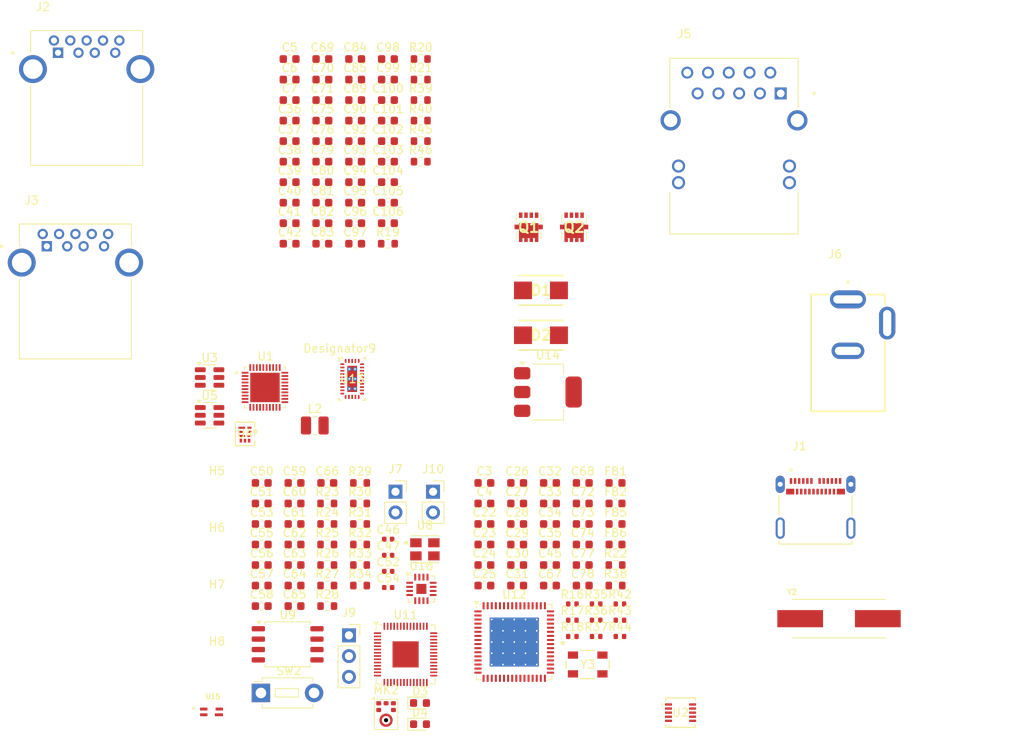
<source format=kicad_pcb>
(kicad_pcb (version 20241229) (generator "pcbnew") (generator_version "9.0")
  (layers (0 "F.Cu" signal) (2 "B.Cu" signal) (13 "F.Paste" user) (15 "B.Paste" user) (5 "F.SilkS" user "F.Silkscreen") (7 "B.SilkS" user "B.Silkscreen") (1 "F.Mask" user) (3 "B.Mask" user) (25 "Edge.Cuts" user))
  (net 0 "")
  (net 1 "Net-(U2-OUT2)")
  (net 2 "+5V")
  (net 3 "Net-(U2-OUT1)")
  (net 4 "GND")
  (net 5 "/UP_VBUS_DIODE")
  (net 6 "+3.3V")
  (net 7 "Net-(C22-Pad2)")
  (net 8 "Net-(C30-Pad2)")
  (net 9 "Net-(U13-TX1P)")
  (net 10 "/IN_TX1+")
  (net 11 "+1V1")
  (net 12 "/IN_TX1-")
  (net 13 "Net-(U13-TX1N)")
  (net 14 "Net-(U13-TX2P)")
  (net 15 "/IN_TX2+")
  (net 16 "/IN_TX2-")
  (net 17 "Net-(U13-TX2N)")
  (net 18 "Net-(U12-GRSTz)")
  (net 19 "/RP2040/XIN")
  (net 20 "/RP2040/XOUT")
  (net 21 "Net-(U11-VREG_VOUT)")
  (net 22 "Net-(U12-XO)")
  (net 23 "Net-(U12-XI)")
  (net 24 "Net-(U1-CKXTAL1)")
  (net 25 "/Power_Supply_5.0")
  (net 26 "/DN2_VBUS")
  (net 27 "/DN3_VBUS")
  (net 28 "/UP_VBUS")
  (net 29 "Net-(U1-U3SSTXP)")
  (net 30 "/DN1_TXN")
  (net 31 "Net-(U1-U3SSTXN)")
  (net 32 "/DN1_TXP")
  (net 33 "Net-(U3-VCAP)")
  (net 34 "Net-(J2-SSTX-)")
  (net 35 "/DN2_TXN")
  (net 36 "/DN2_TXP")
  (net 37 "Net-(J2-SSTX+)")
  (net 38 "/DN3_TXN")
  (net 39 "Net-(J3-SSTX-)")
  (net 40 "Net-(J3-SSTX+)")
  (net 41 "/DN3_TXP")
  (net 42 "Net-(U5-VCAP)")
  (net 43 "Net-(D3-A)")
  (net 44 "Net-(D4-A)")
  (net 45 "/DN2_D-")
  (net 46 "/DN2_RXN")
  (net 47 "/DN2_RXP")
  (net 48 "/DN2_D+")
  (net 49 "/DN3_D-")
  (net 50 "/DN3_D+")
  (net 51 "/DN3_RXN")
  (net 52 "/DN3_RXP")
  (net 53 "/TD3-")
  (net 54 "/ETH_LED2")
  (net 56 "Net-(J5-PadP11)")
  (net 57 "/TD2-")
  (net 58 "/TD4-")
  (net 59 "/TD2+")
  (net 60 "/TD3+")
  (net 61 "/TD1-")
  (net 63 "/TD1+")
  (net 64 "/ETH_LED0")
  (net 65 "/TD4+")
  (net 66 "Net-(J7-Pin_2)")
  (net 67 "/RP2040/SWD")
  (net 68 "/RP2040/SWCLK")
  (net 69 "Net-(J10-Pin_1)")
  (net 70 "Net-(J10-Pin_2)")
  (net 71 "Net-(U4-SW)")
  (net 72 "Net-(MK2-BCLK)")
  (net 73 "Net-(MK2-WS)")
  (net 74 "Net-(MK2-DATA)")
  (net 75 "Net-(Q1-G)")
  (net 76 "Net-(Q2-G)")
  (net 77 "Net-(U12-USB_VBUS)")
  (net 78 "Net-(U12-USB_R1)")
  (net 79 "Net-(U13-DIR)")
  (net 80 "Net-(U13-PORT)")
  (net 81 "Net-(U13-VBUS_DET)")
  (net 82 "Net-(U12-TEST)")
  (net 83 "/RP2040/QSPI_SS")
  (net 84 "/DN0_D+")
  (net 85 "Net-(U11-USB_DP)")
  (net 86 "Net-(U11-USB_DM)")
  (net 87 "/DN0_D-")
  (net 88 "/RP2040/GPIO8")
  (net 89 "/RP2040/GPIO9")
  (net 90 "/RP2040/GPIO6")
  (net 91 "/RP2040/GPIO3")
  (net 92 "/RP2040/GPIO4")
  (net 93 "/RP2040/GPIO7")
  (net 94 "/RP2040/GPIO5")
  (net 95 "Net-(U16-~{SD_MODE})")
  (net 96 "Net-(U12-AUTOENz{slash}HS_SUSPEND)")
  (net 97 "Net-(U12-GANGED{slash}SMBA2{slash}HS_UP)")
  (net 98 "Net-(U12-FULLPWRMGMTz{slash}SMBA1{slash}SS_UP)")
  (net 99 "Net-(U1-RSET)")
  (net 100 "/USB HUB/OVERCUR2")
  (net 101 "/USB HUB/OVERCUR3")
  (net 102 "Net-(U2-ILIM)")
  (net 103 "Net-(U4-FB{slash}VSET)")
  (net 104 "Net-(U4-MODE{slash}S-CONF)")
  (net 105 "/RP2040/RUN")
  (net 107 "/DN1_RXP")
  (net 109 "/DN1_RXN")
  (net 112 "/ETH_LED1")
  (net 113 "/DN1_D+")
  (net 114 "/DN1_D-")
  (net 115 "/USB HUB/BATEN3")
  (net 116 "/USB HUB/BATEN2")
  (net 119 "/RP2040/QSPI_SD3")
  (net 120 "/RP2040/QSPI_SD1")
  (net 121 "/RP2040/QSPI_SCLK")
  (net 122 "/RP2040/QSPI_SD0")
  (net 123 "/RP2040/QSPI_SD2")
  (net 136 "/RP2040/GPIO1")
  (net 145 "/RP2040/GPIO2")
  (net 146 "/RP2040/GPIO0")
  (net 150 "/USB HUB/USB_DN_CH0_TXP")
  (net 153 "/USB HUB/USB_DN_CH0_RXN")
  (net 154 "/UP_D-")
  (net 155 "/USB HUB/USB_DN_CH0_RXP")
  (net 156 "/UP_RXP")
  (net 157 "/UP_RXN")
  (net 160 "/UP_TXN")
  (net 161 "/UP_TXP")
  (net 162 "/USB HUB/USB_DN_CH0_TXN")
  (net 163 "/UP_D+")
  (net 168 "/IN_RX1-")
  (net 171 "/IN_RX2-")
  (net 172 "/IN_RX1+")
  (net 175 "/IN_CC2")
  (net 176 "/IN_CC1")
  (net 178 "/IN_RX2+")
  (footprint "Resistor_SMD:R_0402_1005Metric" (layer "F.Cu") (at 97.349999 89.342)
    (property "Reference" "R17")
    (property "Value" "10K")
  )
  (footprint "Capacitor_SMD:C_0603_1608Metric" (layer "F.Cu") (at 90.599999 72.552)
    (property "Reference" "C26")
    (property "Value" "0.1uF")
  )
  (footprint "ABLS_25_000MHZ_B2F_T:XTAL_ABLS-25.000MHZ-B2F-T" (layer "F.Cu") (at 129.9716 89.154)
    (property "Reference" "Y2")
    (property "Value" "ABLS-25.000MHZ-B2F-T")
  )
  (footprint "Capacitor_SMD:C_0402_1005Metric" (layer "F.Cu") (at 74.819999 79.432)
    (property "Reference" "C46")
    (property "Value" "15pF")
  )
  (footprint "Capacitor_SMD:C_0603_1608Metric" (layer "F.Cu") (at 70.7798 43.2816)
    (property "Reference" "C97")
    (property "Value" "0.1uF")
  )
  (footprint "MountingHole:MountingHole_2.7mm_M2.5" (layer "F.Cu") (at 53.869999 74.772)
    (property "Reference" "H5")
    (property "Value" "MountingHole")
  )
  (footprint "Capacitor_SMD:C_0603_1608Metric" (layer "F.Cu") (at 70.7798 38.2616)
    (property "Reference" "C95")
    (property "Value" "0.1uF")
  )
  (footprint "Capacitor_SMD:C_0603_1608Metric" (layer "F.Cu") (at 90.599999 85.102)
    (property "Reference" "C31")
    (property "Value" "0.1uF")
  )
  (footprint "Capacitor_SMD:C_0603_1608Metric" (layer "F.Cu") (at 94.609999 85.102)
    (property "Reference" "C67")
    (property "Value" "18pF")
  )
  (footprint "Package_DFN_QFN:QFN-56-1EP_7x7mm_P0.4mm_EP3.2x3.2mm" (layer "F.Cu") (at 76.949999 93.522)
    (property "Reference" "U11")
    (property "Value" "RP2040")
  )
  (footprint "Capacitor_SMD:C_0402_1005Metric" (layer "F.Cu") (at 74.819999 85.342)
    (property "Reference" "C54")
    (property "Value" "1μF")
  )
  (footprint "Capacitor_SMD:C_0603_1608Metric" (layer "F.Cu") (at 62.7598 38.2616)
    (property "Reference" "C40")
    (property "Value" "100nF")
  )
  (footprint "Capacitor_SMD:C_0603_1608Metric" (layer "F.Cu") (at 63.359999 77.572)
    (property "Reference" "C61")
    (property "Value" "100nF")
  )
  (footprint "Inductor_SMD:L_0603_1608Metric" (layer "F.Cu") (at 102.629999 72.552)
    (property "Reference" "FB1")
    (property "Value" "220 @100MHz")
  )
  (footprint "Capacitor_SMD:C_0603_1608Metric" (layer "F.Cu") (at 70.7798 25.7116)
    (property "Reference" "C89")
    (property "Value" "100nF")
  )
  (footprint "Capacitor_SMD:C_0603_1608Metric" (layer "F.Cu") (at 86.589999 75.062)
    (property "Reference" "C4")
    (property "Value" "150uF")
  )
  (footprint "Capacitor_SMD:C_0603_1608Metric" (layer "F.Cu") (at 62.7598 35.7516)
    (property "Reference" "C39")
    (property "Value" "100nF")
  )
  (footprint "Resistor_SMD:R_0603_1608Metric" (layer "F.Cu") (at 71.379999 80.082)
    (property "Reference" "R32")
    (property "Value" "2.2kΩ")
  )
  (footprint "Capacitor_SMD:C_0603_1608Metric" (layer "F.Cu") (at 74.7898 33.2416)
    (property "Reference" "C103")
    (property "Value" "100nF")
  )
  (footprint "Capacitor_SMD:C_0603_1608Metric" (layer "F.Cu") (at 62.7598 30.7316)
    (property "Reference" "C37")
    (property "Value" "100nF")
  )
  (footprint "Resistor_SMD:R_0603_1608Metric" (layer "F.Cu") (at 71.379999 85.102)
    (property "Reference" "R34")
    (property "Value" "1MΩ")
  )
  (footprint "SMBJ:DIONM5436X261N" (layer "F.Cu") (at 93.509999 54.482)
    (property "Reference" "D2")
    (property "Value" "SMBJ33CA" (hide yes))
  )
  (footprint "DCJ200-10-A-XX-K_REVA:GCT_DCJ200-10-A-XX-K_REVA" (layer "F.Cu") (at 131.064 56.642)
    (property "Reference" "J6")
    (property "Value" "DCJ200-10-A-XX-K_REVA")
  )
  (footprint "Capacitor_SMD:C_0603_1608Metric" (layer "F.Cu") (at 98.619999 85.102)
    (property "Reference" "C78")
    (property "Value" "0.1uF")
  )
  (footprint "Capacitor_SMD:C_0603_1608Metric" (layer "F.Cu") (at 90.599999 82.592)
    (property "Reference" "C30")
    (property "Value" "0.1uF")
  )
  (footprint "Capacitor_SMD:C_0603_1608Metric" (layer "F.Cu") (at 59.349999 77.572)
    (property "Reference" "C53")
    (property "Value" "100nF")
  )
  (footprint "Connector_PinSocket_2.54mm:PinSocket_1x03_P2.54mm_Vertical" (layer "F.Cu") (at 70.019999 91.192)
    (property "Reference" "J9")
    (property "Value" "Conn_01x03")
  )
  (footprint "Capacitor_SMD:C_0603_1608Metric" (layer "F.Cu") (at 66.7698 30.7316)
    (property "Reference" "C76")
    (property "Value" "10nF")
  )
  (footprint "Capacitor_SMD:C_0603_1608Metric" (layer "F.Cu") (at 59.349999 82.592)
    (property "Reference" "C56")
    (property "Value" "100nF")
  )
  (footprint "Capacitor_SMD:C_0603_1608Metric" (layer "F.Cu") (at 74.7898 35.7516)
    (property "Reference" "C104")
    (property "Value" "100nF")
  )
  (footprint "Connector_PinSocket_2.54mm:PinSocket_1x02_P2.54mm_Vertical" (layer "F.Cu") (at 75.709999 73.622)
    (property "Reference" "J7")
    (property "Value" "Conn_01x02")
  )
  (footprint "Capacitor_SMD:C_0603_1608Metric" (layer "F.Cu") (at 67.369999 72.552)
    (property "Reference" "C66")
    (property "Value" "0.1μF")
  )
  (footprint "Resistor_SMD:R_0402_1005Metric" (layer "F.Cu") (at 103.169999 89.342)
    (property "Reference" "R43")
    (property "Value" "10K")
  )
  (footprint "Package_TO_SOT_SMD:SOT-23-6" (layer "F.Cu") (at 52.969999 59.647)
    (property "Reference" "U3")
    (property "Value" "LM74700")
  )
  (footprint "Package_TO_SOT_SMD:SOT-223-3_TabPin2" (layer "F.Cu") (at 94.359999 61.427)
    (property "Reference" "U14")
    (property "Value" "NCP1117-3.3_SOT223")
  )
  (footprint "Capacitor_SMD:C_0603_1608Metric" (layer "F.Cu") (at 74.7898 25.7116)
    (property "Reference" "C100")
    (property "Value" "22uF")
  )
  (footprint "Capacitor_SMD:C_0603_1608Metric" (layer "F.Cu") (at 98.619999 75.062)
    (property "Reference" "C72")
    (property "Value" "0.1uF")
  )
  (footprint "KiCad:NVTFS6H854NTAG" (layer "F.Cu") (at 97.564999 41.232)
    (property "Reference" "Q2")
    (property "Value" "NTTFS5C673NLTAG" (hide yes))
  )
  (footprint "Capacitor_SMD:C_0603_1608Metric" (layer "F.Cu") (at 66.7698 40.7716)
    (property "Reference" "C82")
    (property "Value" "0.1uF")
  )
  (footprint "Resistor_SMD:R_0603_1608Metric" (layer "F.Cu") (at 78.7998 20.6916)
    (property "Reference" "R20")
    (property "Value" "4.7k")
  )
  (footprint "Capacitor_SMD:C_0603_1608Metric" (layer "F.Cu") (at 70.7798 30.7316)
    (property "Reference" "C92")
    (property "Value" "0.1uF")
  )
  (footprint "Capacitor_SMD:C_0603_1608Metric" (layer "F.Cu") (at 90.599999 77.572)
    (property "Reference" "C28")
    (property "Value" "0.1uF")
  )
  (footprint "Capacitor_SMD:C_0603_1608Metric" (layer "F.Cu") (at 66.7698 25.7116)
    (property "Reference" "C71")
    (property "Value" "22nF")
  )
  (footprint "Connector_PinSocket_2.54mm:PinSocket_1x02_P2.54mm_Vertical" (layer "F.Cu") (at 80.309999 73.622)
    (property "Reference" "J10")
    (property "Value" "Conn_01x02")
  )
  (footprint "SMBJ:DIONM5436X261N" (layer "F.Cu") (at 93.509999 48.992)
    (property "Reference" "D1")
    (property "Value" "SMBJ33CA" (hide yes))
  )
  (footprint "Resistor_SMD:R_0402_1005Metric" (layer "F.Cu") (at 103.169999 91.332)
    (property "Reference" "R44")
    (property "Value" "25.5K")
  )
  (footprint "Capacitor_SMD:C_0603_1608Metric" (layer "F.Cu") (at 63.359999 80.082)
    (property "Reference" "C62")
    (property "Value" "0.1μF")
  )
  (footprint "Capacitor_SMD:C_0603_1608Metric" (layer "F.Cu") (at 74.7898 23.2016)
    (property "Reference" "C99")
    (property "Value" "0.1uF")
  )
  (footprint "Capacitor_SMD:C_0603_1608Metric" (layer "F.Cu") (at 59.349999 85.102)
    (property "Reference" "C57")
    (property "Value" "100nF")
  )
  (footprint "Capacitor_SMD:C_0603_1608Metric" (layer "F.Cu") (at 66.7698 28.2216)
    (property "Reference" "C75")
    (property "Value" "0.1uF")
  )
  (footprint "Capacitor_SMD:C_0603_1608Metric" (layer "F.Cu") (at 74.7898 30.7316)
    (property "Reference" "C102")
    (property "Value" "100nF")
  )
  (footprint "Capacitor_SMD:C_0603_1608Metric" (layer "F.Cu") (at 90.599999 75.062)
    (property "Reference" "C27")
    (property "Value" "0.1uF")
  )
  (footprint "Capacitor_SMD:C_0603_1608Metric" (layer "F.Cu") (at 70.7798 28.2216)
    (property "Reference" "C90")
    (property "Value" "100nF")
  )
  (footprint "HD3SS:RNH0030A" (layer "F.Cu") (at 70.414401 59.8232)
    (property "Reference" "U13")
    (property "Value" "HD3SS3220IRNHR")
  )
  (footprint "Capacitor_SMD:C_0603_1608Metric" (layer "F.Cu") (at 86.589999 82.592)
    (property "Reference" "C24")
    (property "Value" "0.1uF")
  )
  (footprint "Capacitor_SMD:C_0603_1608Metric" (layer "F.Cu") (at 98.619999 82.592)
    (property "Reference" "C77")
    (property "Value" "0.1uF")
  )
  (footprint "Capacitor_SMD:C_0603_1608Metric" (layer "F.Cu") (at 66.7698 33.2416)
    (property "Reference" "C79")
    (property "Value" "0.1uF")
  )
  (footprint "Capacitor_SMD:C_0603_1608Metric" (layer "F.Cu") (at 63.359999 87.612)
    (property "Reference" "C65")
    (property "Value" "10μF")
  )
  (footprint "10152803_00011LF:AMPHENOL_10152803-00011LF" (layer "F.Cu") (at 127.0996 78.0796)
    (property "Reference" "J1")
    (property "Value" "10152803-00011LF")
    (fp_line (start -4.62 -4.86) (end -4.62 -5.86) (stroke (width 0.01)) (layer "Edge.Cuts"))
    (fp_line (start -4.02 -5.86) (end -4.02 -4.86) (stroke (width 0.01)) (layer "Edge.Cuts"))
    (fp_line (start 4.02 -4.86) (end 4.02 -5.86) (stroke (width 0.01)) (layer "Edge.Cuts"))
    (fp_line (start 4.62 -5.86) (end 4.62 -4.86) (stroke (width 0.01)) (layer "Edge.Cuts"))
    (fp_arc (start -4.62 -5.86) (mid -4.532132 -6.072132) (end -4.32 -6.16) (stroke (width 0.01)) (layer "Edge.Cuts"))
    (fp_arc (start -4.32 -6.16) (mid -4.107868 -6.072132) (end -4.02 -5.86) (stroke (width 0.01)) (layer "Edge.Cuts"))
    (fp_arc (start -4.32 -4.56) (mid -4.532132 -4.647868) (end -4.62 -4.86) (stroke (width 0.01)) (layer "Edge.Cuts"))
    (fp_arc (start -4.02 -4.86) (mid -4.107868 -4.647868) (end -4.32 -4.56) (stroke (width 0.01)) (layer "Edge.Cuts"))
    (fp_arc (start 4.02 -5.86) (mid 4.107868 -6.072132) (end 4.32 -6.16) (stroke (width 0.01)) (layer "Edge.Cuts"))
    (fp_arc (start 4.32 -6.16) (mid 4.532132 -6.072132) (end 4.62 -5.86) (stroke (width 0.01)) (layer "Edge.Cuts"))
    (fp_arc (start 4.32 -4.56) (mid 4.107868 -4.647868) (end 4.02 -4.86) (stroke (width 0.01)) (layer "Edge.Cuts"))
    (fp_arc (start 4.62 -4.86) (mid 4.532132 -4.647868) (end 4.32 -4.56) (stroke (width 0.01)) (layer "Edge.Cuts"))
  )
  (footprint "Capacitor_SMD:C_0603_1608Metric" (layer "F.Cu") (at 70.7798 35.7516)
    (property "Reference" "C94")
    (property "Value" "0.1uF")
  )
  (footprint "Capacitor_SMD:C_0603_1608Metric" (layer "F.Cu") (at 63.359999 72.552)
    (property "Reference" "C59")
    (property "Value" "100nF")
  )
  (footprint "GSB4111312HR:AMPHENOL_GSB4111312HR" (layer "F.Cu") (at 36.5579 45.5936)
    (property "Reference" "J3")
    (property "Value" "GSB4111312HR")
  )
  (footprint "footprints1:CRYSTAL_ABM3C_ABR" (layer "F.Cu") (at 99.227099 94.7574)
    (property "Reference" "Y3")
    (property "Value" "ABM3C-24.000MHZ-D4Y-T")
  )
  (footprint "Capacitor_SMD:C_0603_1608Metric" (layer "F.Cu") (at 94.609999 82.592)
    (property "Reference" "C45")
    (property "Value" "1uF")
  )
  (footprint "Resistor_SMD:R_0603_1608Metric" (layer "F.Cu") (at 67.369999 82.592)
    (property "Reference" "R26")
    (property "Value" "27Ω")
  )
  (footprint "Capacitor_SMD:C_0603_1608Metric" (layer "F.Cu") (at 86.589999 72.552)
    (property "Reference" "C3")
    (property "Value" "150uF")
  )
  (footprint "Capacitor_SMD:C_0402_1005Metric" (layer "F.Cu") (at 74.819999 81.402)
    (property "Reference" "C47")
    (property "Value" "15pF")
  )
  (footprint "ABM8-272-T3:ABM8-272-T3" (layer "F.Cu") (at 79.308999 80.671)
    (property "Reference" "U8")
    (property "Value" "ABM8-272-T3")
  )
  (footprint "Capacitor_SMD:C_0603_1608Metric" (layer "F.Cu") (at 62.7598 28.2216)
    (property "Reference" "C36")
    (property "Value" "100nF")
  )
  (footprint "Capacitor_SMD:C_0603_1608Metric" (layer "F.Cu") (at 74.7898 28.2216)
    (property "Reference" "C101")
    (property "Value" "10uF")
  )
  (footprint "Resistor_SMD:R_0402_1005Metric" (layer "F.Cu") (at 103.169999 87.352)
    (property "Reference" "R42")
    (property "Value" "10K")
  )
  (footprint "Capacitor_SMD:C_0603_1608Metric" (layer "F.Cu") (at 70.7798 33.2416)
    (property "Reference" "C93")
    (property "Value" "0.1uF")
  )
  (footprint "Button_Switch_THT:SW_PUSH_1P1T_6x3.5mm_H4.3_APEM_MJTP1243" (layer "F.Cu") (at 59.249999 98.242)
    (property "Reference" "SW2")
    (property "Value" "SW_Push")
  )
  (footprint "Capacitor_SMD:C_0603_1608Metric" (layer "F.Cu") (at 62.7598 40.7716)
    (property "Reference" "C41")
    (property "Value" "10μF")
  )
  (footprint "footprints:DRC10_2P4X1P65" (layer "F.Cu") (at 110.589799 100.650799)
    (property "Reference" "U2")
    (property "Value" "TPS2561DRCR")
  )
  (footprint "Capacitor_SMD:C_0603_1608Metric" (layer "F.Cu") (at 62.7598 25.7116)
    (property "Reference" "C7")
    (property "Value" "100uF")
  )
  (footprint "Capacitor_SMD:C_0603_1608Metric" (layer "F.Cu") (at 98.619999 72.552)
    (property "Reference" "C68")
    (property "Value" "18pF")
  )
  (footprint "Resistor_SMD:R_0603_1608Metric" (layer "F.Cu") (at 74.7898 43.2816)
    (property "Reference" "R19")
    (property "Value" "200K")
  )
  (footprint "MountingHole:MountingHole_2.7mm_M2.5" (layer "F.Cu") (at 53.869999 95.622)
    (property "Reference" "H8")
    (property "Value" "MountingHole")
  )
  (footprint "Capacitor_SMD:C_0603_1608Metric" (layer "F.Cu") (at 62.7598 33.2416)
    (property "Reference" "C38")
    (property "Value" "100nF")
  )
  (footprint "Resistor_SMD:R_0603_1608Metric" (layer "F.Cu") (at 67.369999 80.082)
    (property "Reference" "R25")
    (property "Value" "27Ω")
  )
  (footprint "Capacitor_SMD:C_0603_1608Metric" (layer "F.Cu") (at 59.349999 87.612)
    (property "Reference" "C58")
    (property "Value" "100nF")
  )
  (footprint "Resistor_SMD:R_0603_1608Metric" (layer "F.Cu") (at 67.369999 85.102)
    (property "Reference" "R27")
    (property "Value" "150Ω")
  )
  (footprint "Inductor_SMD:L_0603_1608Metric" (layer "F.Cu") (at 102.629999 75.062)
    (property "Reference" "FB2")
    (property "Value" "220 @100MHz")
  )
  (footprint "RTL8153B-VB-CG:QFN40P500X500X90-41N" (layer "F.Cu") (at 59.744999 60.867)
    (property "Reference" "U1")
    (property "Value" "RTL8153B-VB-CG")
  )
  (footprint "Capacitor_SMD:C_0603_1608Metric" (layer "F.Cu") (at 63.359999 82.592)
    (property "Reference" "C63")
    (property "Value" "200pF")
  )
  (footprint "Sensor_Audio:Knowles_SPH0645LM4H-6_3.5x2.65mm" (layer "F.Cu") (at 74.559999 100.867)
    (property "Reference" "MK2")
    (property "Value" "SPH0645LM4H")
  )
  (footprint "Resistor_SMD:R_0603_1608Metric" (layer "F.Cu") (at 78.7998 33.2416)
    (property "Reference" "R46")
    (property "Value" "26.1K")
  )
  (footprint "Resistor_SMD:R_0402_1005Metric" (layer "F.Cu") (at 100.259999 87.352)
    (property "Reference" "R35")
    (property "Value" "4.7K")
  )
  (footprint "Resistor_SMD:R_0603_1608Metric" (layer "F.Cu") (at 78.7998 28.2216)
    (property "Reference" "R40")
    (property "Value" "470R")
  )
  (footprint "Resistor_SMD:R_0603_1608Metric" (layer "F.Cu") (at 71.379999 82.592)
    (property "Reference" "R33")
    (property "Value" "51Ω")
  )
  (footprint "Capacitor_SMD:C_0603_1608Metric" (layer "F.Cu") (at 94.609999 75.062)
    (property "Reference" "C33")
    (property "Value" "0.1uF")
  )
  (footprint "Capacitor_SMD:C_0603_1608Metric" (layer "F.Cu") (at 94.609999 72.552)
    (property "Reference" "C32")
    (property "Value" "0.1uF")
  )
  (footprint "Package_DFN_QFN:QFN-64-1EP_9x9mm_P0.5mm_EP6x6mm_ThermalVias" (layer "F.Cu") (at 90.239999 92.012)
    (property "Reference" "U12")
    (property "Value" "TUSB8041")
  )
  (footprint "Resistor_SMD:R_0402_1005Metric" (layer "F.Cu") (at 100.259999 91.332)
    (property "Reference" "R37")
    (property "Value" "4.7K")
  )
  (footprint "Capacitor_SMD:C_0603_1608Metric" (layer "F.Cu") (at 59.349999 75.062)
    (property "Reference" "C51")
    (property "Value" "100nF")
  )
  (footprint "Capacitor_SMD:C_0603_1608Metric" (layer "F.Cu") (at 70.7798 20.6916)
    (property "Reference" "C84")
    (property "Value" "0.1uF")
  )
  (footprint "Capacitor_SMD:C_0603_1608Metric" (layer "F.Cu") (at 98.619999 80.082)
    (property "Reference" "C74")
    (property "Value" "0.1uF")
  )
  (footprint "Capacitor_SMD:C_0603_1608Metric" (layer "F.Cu") (at 63.359999 85.102)
    (property "Reference" "C64")
    (property "Value" "100nF")
  )
  (footprint "Inductor_SMD:L_1008_2520Metric" (layer "F.Cu") (at 65.839999 65.522)
    (property "Reference" "L2")
    (property "Value" "1uH")
  )
  (footprint "Capacitor_SMD:C_0603_1608Metric" (layer "F.Cu") (at 94.609999 80.082)
    (property "Reference" "C35")
    (property "Value" "10uF")
  )
  (footprint "VEML6040:VISHAY_VEML6040_1.25X2X1" (layer "F.Cu") (at 53.208499 100.5605)
    (property "Reference" "U15")
    (property "Value" "VEML6040")
  )
  (footprint "Capacitor_SMD:C_0603_1608Metric" (layer "F.Cu") (at 86.589999 77.572)
    (property "Reference" "C22")
    (property "Value" "0.1uF")
  )
  (footprint "Resistor_SMD:R_0402_1005Metric" (layer "F.Cu") (at 97.349999 91.332)
    (property "Reference" "R18")
    (property "Value" "9.53K")
  )
  (footprint "Resistor_SMD:R_0603_1608Metric" (layer "F.Cu") (at 102.629999 85.102)
    (property "Reference" "R38")
    (property "Value" "4.7K")
  )
  (footprint "Resistor_SMD:R_0603_1608Metric" (layer "F.Cu") (at 67.369999 75.062)
    (property "Reference" "R23")
    (property "Value" "1kΩ")
  )
  (footprint "Capacitor_SMD:C_0603_1608Metric" (layer "F.Cu") (at 90.599999 80.082)
    (property "Reference" "C29")
    (property "Value" "10uF")
  )
  (footprint "Capacitor_SMD:C_0603_1608Metric" (layer "F.Cu") (at 86.589999 85.102)
    (property "Reference" "C25")
    (property "Value" "0.1uF")
  )
  (footprint "Package_SO:SOIC-8_5.3x5.3mm_P1.27mm" (layer "F.Cu") (at 62.519999 92.292)
    (property "Reference" "U9")
    (property "Value" "W25Q128JVS")
  )
  (footprint "Inductor_SMD:L_0603_1608Metric" (layer "F.Cu") (at 102.629999 80.082)
    (property "Reference" "FB6")
    (property "Value" "220 @100MHz")
  )
  (footprint "ARJM11D7-502-AB-EW2:ABRACON_ARJM11D7-502-AB-EW2" (layer "F.Cu") (at 117.1226 31.244)
    (property "Reference" "J5")
    (property "Value" "ARJM11D7-502-AB-EW2")
  )
  (footprint "Resistor_SMD:R_0603_1608Metric" (layer "F.Cu") (at 67.369999 77.572)
    (property "Reference" "R24")
    (property "Value" "DNF")
  )
  (footprint "Resistor_SMD:R_0603_1608Metric" (layer "F.Cu") (at 71.379999 72.552)
    (property "Reference" "R29")
    (property "Value" "2.2kΩ")
  )
  (footprint "Resistor_SMD:R_0603_1608Metric" (layer "F.Cu") (at 102.629999 82.592)
    (property "Reference" "R22")
    (property "Value" "4.7K")
  )
  (footprint "Capacitor_SMD:C_0603_1608Metric" (layer "F.Cu") (at 94.609999 77.572)
    (property "Reference" "C34")
    (property "Value" "10uF")
  )
  (footprint "Inductor_SMD:L_0603_1608Metric" (layer "F.Cu") (at 102.629999 77.572)
    (property "Reference" "FB5")
    (property "Value" "220 @100MHz")
  )
  (footprint "GSB4111312HR:AMPHENOL_GSB4111312HR" (layer "F.Cu") (at 37.9295 21.9208)
    (property "Reference" "J2")
    (property "Value" "GSB4111312HR")
  )
  (footprint "Capacitor_SMD:C_0402_1005Metric" (layer "F.Cu") (at 74.819999 83.372)
    (property "Reference" "C52")
    (property "Value" "1μF")
  )
  (footprint "Capacitor_SMD:C_0603_1608Metric" (layer "F.Cu") (at 62.7598 23.2016)
    (property "Reference" "C6")
    (property "Value" "100uF")
  )
  (footprint "Resistor_SMD:R_0603_1608Metric" (layer "F.Cu") (at 78.7998 30.7316)
    (property "Reference" "R45")
    (property "Value" "11K")
  )
  (footprint "Capacitor_SMD:C_0603_1608Metric" (layer "F.Cu") (at 74.7898 20.6916)
    (property "Reference" "C98")
    (property "Value" "0.1uF")
  )
  (footprint "Capacitor_SMD:C_0603_1608Metric" (layer "F.Cu") (at 66.7698 38.2616)
    (property "Reference" "C81")
    (property "Value" "0.1uF")
  )
  (footprint "Capacitor_SMD:C_0603_1608Metric" (layer "F.Cu") (at 70.7798 23.2016)
    (property "Reference" "C85")
    (property "Value" "22nF")
  )
  (footprint "Capacitor_SMD:C_0603_1608Metric" (layer "F.Cu") (at 86.589999 80.082)
    (property "Reference" "C23")
    (property "Value" "0.1uF")
  )
  (footprint "MountingHole:MountingHole_2.7mm_M2.5" (layer "F.Cu") (at 53.869999 88.672)
    (property "Reference" "H7")
    (property "Value" "MountingHole")
  )
  (footprint "Capacitor_SMD:C_0603_1608Metric" (layer "F.Cu") (at 62.7598 43.2816)
    (property "Reference" "C42")
    (property "Value" "10μF")
  )
  (footprint "Package_DFN_QFN:TQFN-16-1EP_3x3mm_P0.5mm_EP1.23x1.23mm" (layer "F.Cu") (at 78.879999 85.512)
    (property "Reference" "U16")
    (property "Value" "MAX98357A")
  )
  (footprint "Resistor_SMD:R_0603_1608Metric" (layer "F.Cu") (at 67.369999 87.612)
    (property "Reference" "R28")
    (property "Value" "150Ω")
  )
  (footprint "Resistor_SMD:R_0603_1608Metric" (layer "F.Cu") (at 78.7998 23.2016)
    (property "Reference" "R21")
    (property "Value" "900K")
  )
  (footprint "footprints2:QFN_902RPJR_TEX" (layer "F.Cu") (at 57.302299 66.5486)
    (property "Reference" "U4")
    (property "Value" "TPS62902RPJR")
  )
  (footprint "Capacitor_SMD:C_0603_1608Metric" (layer "F.Cu") (at 66.7698 20.6916)
    (property "Reference" "C69")
    (property "Value" "27pF")
  )
  (footprint "Capacitor_SMD:C_0603_1608Metric" (layer "F.Cu") (at 63.359999 75.062)
    (property "Reference" "C60")
    (property "Value" "100nF")
  )
  (footprint "Resistor_SMD:R_0603_1608Metric" (layer "F.Cu") (at 71.379999 77.572)
    (property "Reference" "R31")
    (property "Value" "51Ω")
  )
  (footprint "Capacitor_SMD:C_0603_1608Metric" (layer "F.Cu") (at 66.7698 23.2016)
    (property "Reference" "C70")
    (property "Value" "27pF")
  )
  (footprint "Capacitor_SMD:C_0603_1608Metric" (layer "F.Cu") (at 74.7898 38.2616)
    (property "Reference" "C105")
    (property "Value" "100nF")
  )
  (footprint "Capacitor_SMD:C_0603_1608Metric" (layer "F.Cu") (at 59.349999 80.082)
    (property "Reference" "C55")
    (property "Value" "100nF")
  )
  (footprint "Capacitor_SMD:C_0603_1608Metric" (layer "F.Cu") (at 59.349999 72.552)
    (property "Reference" "C50")
    (property "Value" "100μF")
  )
  (footprint "MountingHole:MountingHole_2.7mm_M2.5" (layer "F.Cu") (at 53.869999 81.722)
    (property "Reference" "H6")
    (property "Value" "MountingHole")
  )
  (footprint "Capacitor_SMD:C_0603_1608Metric" (layer "F.Cu") (at 62.7598 20.6916)
    (property "Reference" "C5")
    (property "Value" "100uF")
  )
  (footprint "Capacitor_SMD:C_0603_1608Metric" (layer "F.Cu") (at 66.7698 35.7516)
    (property "Reference" "C80")
    (property "Value" "0.1uF")
  )
  (footprint "KiCad:NVTFS6H854NTAG" (layer "F.Cu") (at 92.004999 41.232)
    (property "Reference" "Q1")
    (property "Value" "NTTFS5C673NLTAG" (hide yes))
  )
  (footprint "LED_SMD:LED_0603_1608Metric" (layer "F.Cu") (at 78.709999 102.062)
    (property "Reference" "D4")
    (property "Value" "LED")
  )
  (footprint "Resistor_SMD:R_0603_1608Metric" (layer "F.Cu") (at 78.7998 25.7116)
    (property "Reference" "R39")
    (property "Value" "2.49K")
  )
  (footprint "Resistor_SMD:R_0402_1005Metric" (layer "F.Cu") (at 100.259999 89.342)
    (property "Reference" "R36")
    (property "Value" "4.7K")
  )
  (footprint "Resistor_SMD:R_0402_1005Metric" (layer "F.Cu") (at 97.349999 87.352)
    (property "Reference" "R16")
    (property "Value" "90.9K")
  )
  (footprint "Capacitor_SMD:C_0603_1608Metric" (layer "F.Cu") (at 70.7798 40.7716)
    (property "Reference" "C96")
    (property "Value" "0.1uF")
  )
  (footprint "Capacitor_SMD:C_0603_1608Metric" (layer "F.Cu") (at 66.7698 43.2816)
    (property "Reference" "C83")
    (property "Value" "0.1uF")
  )
  (footprint "Resistor_SMD:R_0603_1608Metric" (layer "F.Cu") (at 71.379999 75.062)
    (property "Reference" "R30")
    (property "Value" "51Ω")
  )
  (footprint "Capacitor_SMD:C_0603_1608Metric" (layer "F.Cu") (at 98.619999 77.572)
    (property "Reference" "C73")
    (property "Value" "0.1uF")
  )
  (footprint "Capacitor_SMD:C_0603_1608Metric" (layer "F.Cu") (at 74.7898 40.7716)
    (property "Reference" "C106")
    (property "Value" "0.1uF")
  )
  (footprint "LED_SMD:LED_0603_1608Metric" (layer "F.Cu") (at 78.709999 99.472)
    (property "Reference" "D3")
    (property "Value" "LED")
  )
  (footprint "Package_TO_SOT_SMD:SOT-23-6" (layer "F.Cu") (at 52.969999 64.272)
    (property "Reference" "U5")
    (property "Value" "LM74700")
  )
)
</source>
